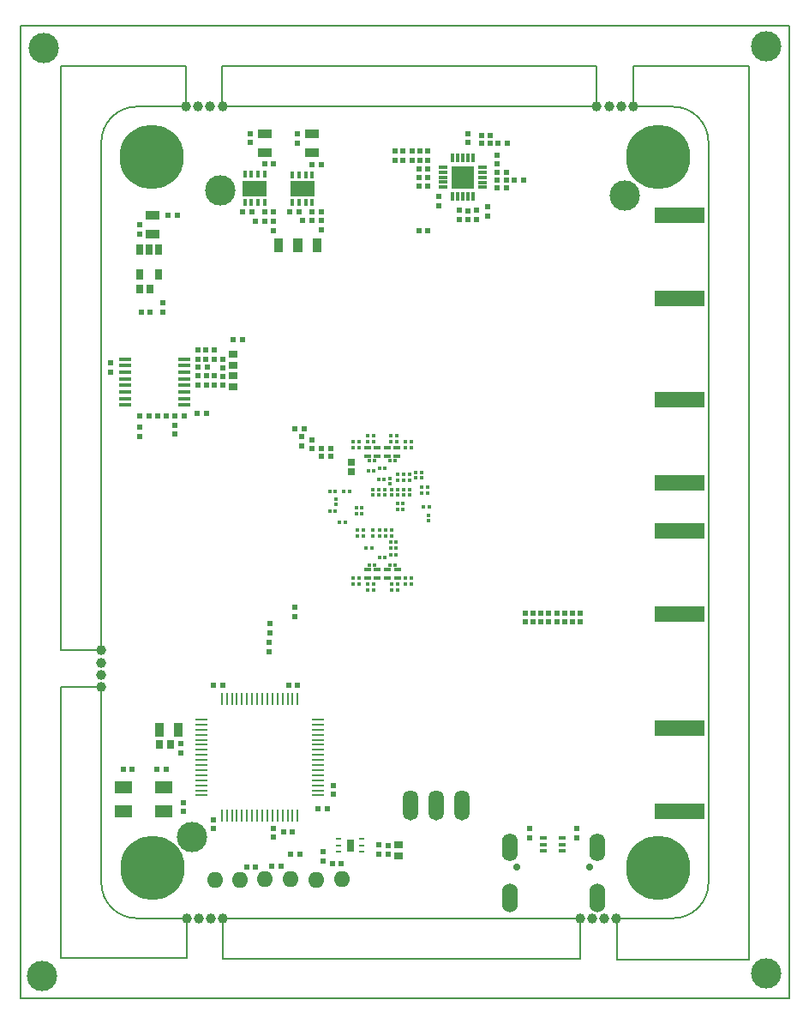
<source format=gbs>
G04 #@! TF.FileFunction,Soldermask,Bot*
%FSLAX46Y46*%
G04 Gerber Fmt 4.6, Leading zero omitted, Abs format (unit mm)*
G04 Created by KiCad (PCBNEW 4.0.7-e2-6376~61~ubuntu18.04.1) date Mon Jul 28 12:50:59 2025*
%MOMM*%
%LPD*%
G01*
G04 APERTURE LIST*
%ADD10C,0.150000*%
%ADD11C,0.200000*%
%ADD12C,0.700000*%
%ADD13O,1.554000X2.754000*%
%ADD14O,1.554000X2.854000*%
%ADD15C,1.000000*%
%ADD16R,1.300000X0.400000*%
%ADD17R,0.600000X0.250000*%
%ADD18R,0.750000X1.200000*%
%ADD19R,0.595300X0.595300*%
%ADD20R,0.899160X1.399540*%
%ADD21R,1.399540X0.899160*%
%ADD22R,2.350000X1.600000*%
%ADD23R,0.300000X0.650000*%
%ADD24C,6.350000*%
%ADD25R,0.897560X0.798500*%
%ADD26R,0.299720X0.949960*%
%ADD27R,0.949960X0.299720*%
%ADD28R,2.250440X2.250440*%
%ADD29R,0.798500X0.897560*%
%ADD30O,1.524000X2.994660*%
%ADD31R,1.800000X1.200000*%
%ADD32R,0.270000X1.170000*%
%ADD33R,1.170000X0.270000*%
%ADD34R,0.700000X1.000000*%
%ADD35R,5.000000X1.496060*%
%ADD36R,0.495300X0.495300*%
%ADD37R,0.300000X0.350000*%
%ADD38R,0.350000X0.300000*%
%ADD39R,0.657860X0.355600*%
%ADD40R,0.693420X0.693420*%
%ADD41O,1.600000X1.600000*%
%ADD42C,3.000000*%
%ADD43R,0.660000X0.300000*%
G04 APERTURE END LIST*
D10*
D11*
X103057960Y-146451320D02*
X103080820Y-146451320D01*
X103057960Y-50419000D02*
X103057960Y-146451320D01*
X103060500Y-50416460D02*
X103060500Y-50449480D01*
X178968400Y-50416460D02*
X103060500Y-50416460D01*
X178968400Y-50464720D02*
X178968400Y-50416460D01*
X178968400Y-146451320D02*
X178968400Y-50464720D01*
X103060500Y-146451320D02*
X178968400Y-146451320D01*
X174990760Y-59098180D02*
X175021240Y-59098180D01*
X174980600Y-135610600D02*
X175011080Y-135610600D01*
X109440980Y-146453860D02*
X109440980Y-146423380D01*
X103024940Y-135171180D02*
X103055420Y-135171180D01*
X103035100Y-58658760D02*
X103065580Y-58658760D01*
X173918880Y-50416460D02*
X173918880Y-50446940D01*
X112339120Y-50391060D02*
X112339120Y-50421540D01*
X107020360Y-115686840D02*
X107015280Y-115686840D01*
X107020360Y-142471140D02*
X107020360Y-115686840D01*
X119473980Y-142471140D02*
X107020360Y-142471140D01*
X107015280Y-115686840D02*
X107015280Y-142311120D01*
X107035600Y-112087660D02*
X107027980Y-112087660D01*
X107035600Y-54394100D02*
X107035600Y-112087660D01*
X119402860Y-54394100D02*
X107035600Y-54394100D01*
X122989340Y-54394100D02*
X122989340Y-54424580D01*
X159984440Y-54394100D02*
X122989340Y-54394100D01*
X163581080Y-54416960D02*
X163581080Y-54432200D01*
X174983140Y-54416960D02*
X163581080Y-54416960D01*
X174983140Y-142575280D02*
X174983140Y-54416960D01*
X174983140Y-142580360D02*
X161945320Y-142580360D01*
X174983140Y-134713980D02*
X174983140Y-142580360D01*
X123068080Y-142476220D02*
X123068080Y-142483840D01*
X158335980Y-142519400D02*
X123070620Y-142519400D01*
X161932620Y-138523980D02*
X161932620Y-138529060D01*
X167510460Y-138523980D02*
X161932620Y-138523980D01*
X122994420Y-58392060D02*
X122994420Y-58397140D01*
X159989520Y-58392060D02*
X122994420Y-58392060D01*
X163586160Y-58402220D02*
X163586160Y-58392060D01*
X167497760Y-58402220D02*
X163586160Y-58402220D01*
X119402860Y-58397140D02*
X114523520Y-58397140D01*
X119473980Y-138523980D02*
X119473980Y-138526520D01*
X114551460Y-138523980D02*
X119473980Y-138523980D01*
X161948640Y-142583520D02*
X161948640Y-138583520D01*
X158334220Y-142517480D02*
X158334220Y-138517480D01*
X158335980Y-138529060D02*
X137594340Y-138529060D01*
X161935160Y-138526520D02*
X161935160Y-138529060D01*
X159985220Y-58395220D02*
X159985220Y-54395220D01*
X163581860Y-58423160D02*
X163581860Y-54423160D01*
X163583620Y-58394600D02*
X163583620Y-58392060D01*
X123070620Y-138521440D02*
X123070620Y-138523980D01*
X151724360Y-138521440D02*
X123070620Y-138521440D01*
X111031020Y-115684300D02*
X111036100Y-115684300D01*
X111031020Y-135016240D02*
X111031020Y-115684300D01*
X111033560Y-112097820D02*
X111036100Y-112097820D01*
X111033560Y-61899800D02*
X111033560Y-112097820D01*
X122996960Y-58399680D02*
X122996960Y-58397140D01*
X111055770Y-112088150D02*
X107055770Y-112088150D01*
X111010050Y-115687330D02*
X107010050Y-115687330D01*
X119469680Y-142471760D02*
X119469680Y-138471760D01*
X123068860Y-142517480D02*
X123068860Y-138517480D01*
X122990120Y-58413000D02*
X122990120Y-54413000D01*
X119398560Y-58400300D02*
X119398560Y-54400300D01*
X111031830Y-135023010D02*
G75*
G03X114534130Y-138520710I3500000J2300D01*
G01*
X167515960Y-138521900D02*
G75*
G03X171013660Y-135019600I-2300J3500000D01*
G01*
X114530720Y-58399220D02*
G75*
G03X111033020Y-61901520I2300J-3500000D01*
G01*
X171011040Y-61899380D02*
G75*
G03X167508740Y-58401680I-3500000J-2300D01*
G01*
X171013120Y-61905020D02*
X171013120Y-135000000D01*
D12*
X152100000Y-133500000D03*
X159300000Y-133500000D03*
D13*
X151380000Y-131500000D03*
X160020000Y-131500000D03*
D14*
X151380000Y-136550000D03*
X160020000Y-136550000D03*
D15*
X159537400Y-138529060D03*
X158338520Y-138529060D03*
X160736280Y-138529060D03*
X161935160Y-138529060D03*
X163583620Y-58392060D03*
X162384740Y-58392060D03*
X159986980Y-58392060D03*
X161185860Y-58392060D03*
X123070620Y-138523980D03*
X121871740Y-138523980D03*
X119473980Y-138523980D03*
X120672860Y-138523980D03*
X120599200Y-58397140D03*
X119400320Y-58397140D03*
X121798080Y-58397140D03*
X122996960Y-58397140D03*
X111038640Y-113286540D03*
X111038640Y-112087660D03*
X111038640Y-114485420D03*
X111038640Y-115684300D03*
D16*
X113395300Y-85906180D03*
X113395300Y-85256180D03*
X113395300Y-86556180D03*
X113395300Y-87206180D03*
X113395300Y-87856180D03*
X113395300Y-84606180D03*
X113395300Y-83956180D03*
X113395300Y-83306180D03*
X119195300Y-87856180D03*
X119195300Y-83306180D03*
X119195300Y-83956180D03*
X119195300Y-84606180D03*
X119195300Y-87206180D03*
X119195300Y-86556180D03*
X119195300Y-85256180D03*
X119195300Y-85906180D03*
D17*
X134472900Y-130670680D03*
X134472900Y-131320680D03*
X134472900Y-131970680D03*
X136772900Y-131970680D03*
X136772900Y-131320680D03*
X136772900Y-130670680D03*
D18*
X135622900Y-131320680D03*
D19*
X132749570Y-69628710D03*
X132749570Y-70527870D03*
X131849150Y-69628290D03*
X130949990Y-69628290D03*
X127169150Y-69698290D03*
X126269990Y-69698290D03*
X125879150Y-68803290D03*
X124979990Y-68803290D03*
X127170420Y-64050000D03*
X128069580Y-64050000D03*
X125709570Y-61048710D03*
X125709570Y-61947870D03*
X128069570Y-69703710D03*
X128069570Y-70602870D03*
X131850420Y-64100000D03*
X132749580Y-64100000D03*
X130414570Y-61068710D03*
X130414570Y-61967870D03*
X130559150Y-68803290D03*
X129659990Y-68803290D03*
X127169990Y-68818290D03*
X128069150Y-68818290D03*
X131859990Y-68798290D03*
X132759150Y-68798290D03*
D20*
X130454570Y-72065790D03*
X128549570Y-72065790D03*
X130429570Y-72065790D03*
X132334570Y-72065790D03*
D21*
X127164570Y-61045790D03*
X127164570Y-62950790D03*
X131859570Y-61065790D03*
X131859570Y-62970790D03*
D22*
X126194570Y-66463290D03*
D23*
X125869570Y-65088290D03*
X126519570Y-65088290D03*
X127169570Y-65088290D03*
X125219090Y-65088290D03*
X125219090Y-67838290D03*
X127169810Y-67838290D03*
X126519570Y-67838290D03*
X125869570Y-67838290D03*
D22*
X130884570Y-66483290D03*
D23*
X130559570Y-65108290D03*
X131209570Y-65108290D03*
X131859570Y-65108290D03*
X129909090Y-65108290D03*
X129909090Y-67858290D03*
X131859810Y-67858290D03*
X131209570Y-67858290D03*
X130559570Y-67858290D03*
D24*
X116062760Y-133535420D03*
X166067740Y-133532880D03*
D19*
X120575300Y-82406600D03*
X120575300Y-83305760D03*
X121400300Y-85890760D03*
X121400300Y-84991600D03*
X120570300Y-85890760D03*
X120570300Y-84991600D03*
X122220300Y-84991600D03*
X122220300Y-85890760D03*
X119184880Y-88946180D03*
X118285720Y-88946180D03*
X115744880Y-88946180D03*
X114845720Y-88946180D03*
X124975620Y-81409540D03*
X124076460Y-81409540D03*
X117479880Y-88946180D03*
X116580720Y-88946180D03*
X118285260Y-89824560D03*
X118285260Y-90723720D03*
X120525540Y-88666320D03*
X121424700Y-88666320D03*
X121474880Y-84136180D03*
X120575720Y-84136180D03*
X111932720Y-83708240D03*
X111932720Y-84607400D03*
X122185300Y-83305760D03*
X122185300Y-82406600D03*
X121370300Y-83305760D03*
X121370300Y-82406600D03*
X114850000Y-90030420D03*
X114850000Y-90929580D03*
X123035300Y-85900760D03*
X123035300Y-85001600D03*
X123045220Y-83309460D03*
X123045220Y-84208620D03*
D25*
X124068840Y-82821780D03*
X124068840Y-83913980D03*
X124079000Y-84988400D03*
X124079000Y-86080600D03*
D26*
X147726900Y-63436120D03*
X147229060Y-63436120D03*
X146728680Y-63436120D03*
X146228300Y-63436120D03*
X145727920Y-63436120D03*
D27*
X144808440Y-64355600D03*
X144808440Y-64855980D03*
X144808440Y-65356360D03*
X144808440Y-65856740D03*
X144808440Y-66354580D03*
D26*
X145727920Y-67286760D03*
X146228300Y-67286760D03*
X146728680Y-67286760D03*
X147229060Y-67286760D03*
X147726900Y-67286760D03*
D27*
X148659080Y-66364740D03*
X148659080Y-65866900D03*
X148659080Y-65366520D03*
X148659080Y-64866140D03*
X148659080Y-64365760D03*
D28*
X146736300Y-65366520D03*
D19*
X150146720Y-66431520D03*
X151045880Y-66431520D03*
X151150880Y-62001520D03*
X150251720Y-62001520D03*
X149465880Y-61216520D03*
X148566720Y-61216520D03*
X149465880Y-61986520D03*
X148566720Y-61986520D03*
X150146720Y-64861520D03*
X151045880Y-64861520D03*
X144350000Y-68149580D03*
X144350000Y-67250420D03*
X142386720Y-65356520D03*
X143285880Y-65356520D03*
X147251300Y-68656940D03*
X147251300Y-69556100D03*
X148101300Y-68651940D03*
X148101300Y-69551100D03*
X146406300Y-68651940D03*
X146406300Y-69551100D03*
X143285880Y-64531520D03*
X142386720Y-64531520D03*
X147230000Y-61949580D03*
X147230000Y-61050420D03*
X150141300Y-64061100D03*
X150141300Y-63161940D03*
X149201300Y-69196100D03*
X149201300Y-68296940D03*
X142386720Y-66201520D03*
X143285880Y-66201520D03*
X151045880Y-65636520D03*
X150146720Y-65636520D03*
X152760880Y-65636520D03*
X151861720Y-65636520D03*
X140011300Y-63681100D03*
X140011300Y-62781940D03*
X141710880Y-63686520D03*
X140811720Y-63686520D03*
X141725880Y-62796520D03*
X140826720Y-62796520D03*
X142496300Y-63691100D03*
X142496300Y-62791940D03*
X143281300Y-63691100D03*
X143281300Y-62791940D03*
X142400420Y-70670000D03*
X143299580Y-70670000D03*
X132430420Y-127680000D03*
X133329580Y-127680000D03*
X127650000Y-110329580D03*
X127650000Y-109430420D03*
X127620000Y-111280420D03*
X127620000Y-112179580D03*
X130419580Y-115520000D03*
X129520420Y-115520000D03*
X123029580Y-115550000D03*
X122130420Y-115550000D03*
X122100340Y-128778000D03*
X122100340Y-129677160D03*
X129032980Y-130023440D03*
X129932140Y-130023440D03*
X139361780Y-131310520D03*
X139361780Y-132209680D03*
X138475320Y-131302900D03*
X138475320Y-132202060D03*
X114098940Y-123802400D03*
X113199780Y-123802400D03*
X119169360Y-127102820D03*
X119169360Y-128001980D03*
X132968600Y-131970920D03*
X132968600Y-132870080D03*
X153380000Y-130579580D03*
X153380000Y-129680420D03*
X157980000Y-130579580D03*
X157980000Y-129680420D03*
X118847320Y-121315640D03*
X118847320Y-122214800D03*
X116539780Y-123847400D03*
X117438940Y-123847400D03*
X128020000Y-130529580D03*
X128020000Y-129630420D03*
D25*
X140418420Y-131307980D03*
X140418420Y-132400180D03*
D29*
X117896100Y-121330000D03*
X116803900Y-121330000D03*
D20*
X116759820Y-119940220D03*
X118664820Y-119940220D03*
D30*
X146645000Y-127390000D03*
X141565000Y-127390000D03*
X144105000Y-127390000D03*
D31*
X113204360Y-125597400D03*
X117204360Y-125597400D03*
X117204360Y-127997400D03*
X113204360Y-127997400D03*
D32*
X130430520Y-128395740D03*
X129930520Y-128395740D03*
X129430520Y-128395740D03*
X128930520Y-128395740D03*
X128430520Y-128395740D03*
X127930520Y-128395740D03*
X127430520Y-128395740D03*
X126930520Y-128395740D03*
X122930520Y-128395740D03*
X123430520Y-128395740D03*
X123930520Y-128395740D03*
X124430520Y-128395740D03*
X124930520Y-128395740D03*
X125430520Y-128395740D03*
X125930520Y-128395740D03*
X126430520Y-128395740D03*
D33*
X132430520Y-122895740D03*
X132430520Y-123395740D03*
X132430520Y-123895740D03*
X132430520Y-124395740D03*
X132430520Y-124895740D03*
X132430520Y-125395740D03*
X132430520Y-125895740D03*
X132430520Y-126395740D03*
X132430520Y-122395740D03*
X132430520Y-121895740D03*
X132430520Y-121395740D03*
X132430520Y-120895740D03*
X132430520Y-120395740D03*
X132430520Y-119895740D03*
X132430520Y-119395740D03*
X132430520Y-118895740D03*
D32*
X126430520Y-116895740D03*
X125930520Y-116895740D03*
X125430520Y-116895740D03*
X124930520Y-116895740D03*
X124430520Y-116895740D03*
X123930520Y-116895740D03*
X123430520Y-116895740D03*
X122930520Y-116895740D03*
X126930520Y-116895740D03*
X127430520Y-116895740D03*
X127930520Y-116895740D03*
X128430520Y-116895740D03*
X128930520Y-116895740D03*
X129430520Y-116895740D03*
X129930520Y-116895740D03*
X130430520Y-116895740D03*
D33*
X120930520Y-118895740D03*
X120930520Y-119395740D03*
X120930520Y-119895740D03*
X120930520Y-120395740D03*
X120930520Y-120895740D03*
X120930520Y-121395740D03*
X120930520Y-121895740D03*
X120930520Y-122395740D03*
X120930520Y-126395740D03*
X120930520Y-125895740D03*
X120930520Y-125395740D03*
X120930520Y-124895740D03*
X120930520Y-124395740D03*
X120930520Y-123895740D03*
X120930520Y-123395740D03*
X120930520Y-122895740D03*
D19*
X155240000Y-109269580D03*
X155240000Y-108370420D03*
X154460000Y-109269580D03*
X154460000Y-108370420D03*
X153680000Y-109269580D03*
X153680000Y-108370420D03*
X152900000Y-109269580D03*
X152900000Y-108370420D03*
X158360000Y-109269580D03*
X158360000Y-108370420D03*
X157580000Y-109269580D03*
X157580000Y-108370420D03*
X156800000Y-109269580D03*
X156800000Y-108370420D03*
X156020000Y-109269580D03*
X156020000Y-108370420D03*
X130150000Y-108709580D03*
X130150000Y-107810420D03*
X114792730Y-70979010D03*
X114792730Y-70079850D03*
X117110000Y-77760420D03*
X117110000Y-78659580D03*
X117640420Y-69080000D03*
X118539580Y-69080000D03*
D29*
X114781710Y-76402050D03*
X115873910Y-76402050D03*
D21*
X116087730Y-69081930D03*
X116087730Y-70986930D03*
D34*
X114792810Y-74927050D03*
X116692810Y-74927050D03*
X116692810Y-72527050D03*
X114792810Y-72527050D03*
X115742810Y-72527050D03*
D19*
X125390420Y-133440000D03*
X126289580Y-133440000D03*
X134739580Y-133140000D03*
X133840420Y-133140000D03*
X133960000Y-126299580D03*
X133960000Y-125400420D03*
X128789580Y-133370000D03*
X127890420Y-133370000D03*
X130629580Y-132180000D03*
X129730420Y-132180000D03*
D24*
X116017040Y-63388240D03*
X166022020Y-63385700D03*
D35*
X168201340Y-77292640D03*
X168201340Y-69092640D03*
D36*
X132773420Y-92163900D03*
X133672580Y-92163900D03*
X130167380Y-90220800D03*
X131066540Y-90220800D03*
X132773420Y-92938600D03*
X133672580Y-92938600D03*
D37*
X138507520Y-94059280D03*
X139057520Y-94059280D03*
X135944660Y-105545160D03*
X136494660Y-105545160D03*
D38*
X143387540Y-98739820D03*
X143387540Y-99289820D03*
D39*
X137306780Y-92057760D03*
X137306780Y-92921360D03*
X138265580Y-92058140D03*
X138265580Y-92921740D03*
X139298140Y-92057760D03*
X139298140Y-92921360D03*
X140255720Y-92057760D03*
X140255720Y-92921360D03*
D38*
X140276300Y-96209580D03*
X140276300Y-96759580D03*
X140876300Y-95259580D03*
X140876300Y-94709580D03*
X140876300Y-96209580D03*
X140876300Y-96759580D03*
X141476300Y-95259580D03*
X141476300Y-94709580D03*
X141476300Y-96209580D03*
X141476300Y-96759580D03*
D37*
X138401300Y-95184580D03*
X138951300Y-95184580D03*
D38*
X139576300Y-95659580D03*
X139576300Y-95109580D03*
D37*
X137951300Y-94384580D03*
X137401300Y-94384580D03*
D38*
X137876300Y-96209580D03*
X137876300Y-96759580D03*
X138476300Y-96209580D03*
X138476300Y-96759580D03*
X139676300Y-96209580D03*
X139676300Y-96759580D03*
X139076300Y-96209580D03*
X139076300Y-96759580D03*
D37*
X140851300Y-97584580D03*
X140301300Y-97584580D03*
X140851300Y-98184580D03*
X140301300Y-98184580D03*
D38*
X142676300Y-95059580D03*
X142676300Y-94509580D03*
X142076300Y-95059580D03*
X142076300Y-94509580D03*
D37*
X143251300Y-95984580D03*
X142701300Y-95984580D03*
X143251300Y-96584580D03*
X142701300Y-96584580D03*
D38*
X140276300Y-95259580D03*
X140276300Y-94709580D03*
D37*
X141079840Y-92058140D03*
X141629840Y-92058140D03*
X136494660Y-92060300D03*
X135944660Y-92060300D03*
X141629840Y-91458140D03*
X141079840Y-91458140D03*
X135944680Y-91458140D03*
X136494680Y-91458140D03*
D38*
X140258140Y-91469080D03*
X140258140Y-90919080D03*
X139658140Y-91469080D03*
X139658140Y-90919080D03*
D40*
X135776300Y-93535000D03*
X135776300Y-94434160D03*
D37*
X135008920Y-96402360D03*
X135558920Y-96402360D03*
X133608920Y-96402360D03*
X134158920Y-96402360D03*
X134158920Y-98302360D03*
X133608920Y-98302360D03*
D38*
X134183920Y-97677360D03*
X134183920Y-97127360D03*
X136886460Y-100762120D03*
X136886460Y-100212120D03*
X136286460Y-100762120D03*
X136286460Y-100212120D03*
D37*
X137761460Y-101987120D03*
X137211460Y-101987120D03*
D38*
X139686460Y-100762120D03*
X139686460Y-100212120D03*
X139086460Y-100762120D03*
X139086460Y-100212120D03*
X138486460Y-100762120D03*
X138486460Y-100212120D03*
X137886460Y-100762120D03*
X137886460Y-100212120D03*
D37*
X139620040Y-102616540D03*
X140170040Y-102616540D03*
X139611460Y-101387120D03*
X140161460Y-101387120D03*
X139611460Y-101987120D03*
X140161460Y-101987120D03*
D39*
X140268420Y-104945720D03*
X140268420Y-104082120D03*
X139308300Y-104945720D03*
X139308300Y-104082120D03*
X137319480Y-104948260D03*
X137319480Y-104084660D03*
X138274520Y-104948260D03*
X138274520Y-104084660D03*
D38*
X139671520Y-105534320D03*
X139671520Y-106084320D03*
X137314400Y-105534320D03*
X137314400Y-106084320D03*
D37*
X141078000Y-104943180D03*
X141628000Y-104943180D03*
X136494660Y-104945720D03*
X135944660Y-104945720D03*
X141628000Y-105547700D03*
X141078000Y-105547700D03*
D38*
X140270960Y-105536860D03*
X140270960Y-106086860D03*
D37*
X136211460Y-98002360D03*
X136761460Y-98002360D03*
X136211460Y-98602360D03*
X136761460Y-98602360D03*
X135138300Y-99428840D03*
X134588300Y-99428840D03*
X142881400Y-97902300D03*
X143431400Y-97902300D03*
X139062600Y-102941660D03*
X138512600Y-102941660D03*
D38*
X137916380Y-105534320D03*
X137916380Y-106084320D03*
X137304240Y-91469160D03*
X137304240Y-90919160D03*
X137903680Y-91469160D03*
X137903680Y-90919160D03*
D19*
X130858260Y-91904820D03*
X130858260Y-91005660D03*
X131841240Y-92168980D03*
X131841240Y-91269820D03*
D35*
X168201340Y-95499360D03*
X168201340Y-87299360D03*
X168191180Y-108478760D03*
X168191180Y-100278760D03*
X168198800Y-127980880D03*
X168198800Y-119780880D03*
D19*
X114980420Y-78660000D03*
X115879580Y-78660000D03*
D41*
X122294460Y-134709000D03*
X124765880Y-134709000D03*
X127156020Y-134688680D03*
X129683320Y-134686140D03*
X132241100Y-134696300D03*
X134811580Y-134688680D03*
D42*
X120025160Y-130464560D03*
X120025160Y-130464560D03*
X122753120Y-66672460D03*
X122753120Y-66672460D03*
X162745420Y-67203320D03*
X162745420Y-67203320D03*
X105328720Y-52611020D03*
X105328720Y-52611020D03*
X176745900Y-52425600D03*
X176745900Y-52425600D03*
X176750980Y-144000220D03*
X176750980Y-144000220D03*
X105204260Y-144231360D03*
X105204260Y-144231360D03*
D37*
X138062380Y-103624380D03*
X137512380Y-103624380D03*
X137509840Y-93375480D03*
X138059840Y-93375480D03*
X140063900Y-103626920D03*
X139513900Y-103626920D03*
X139511360Y-93372940D03*
X140061360Y-93372940D03*
D43*
X156580000Y-130580000D03*
X156580000Y-131230000D03*
X156580000Y-131880000D03*
X154740000Y-131880000D03*
X154740000Y-131230000D03*
X154740000Y-130580000D03*
M02*

</source>
